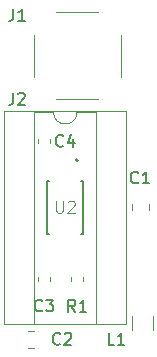
<source format=gbr>
G04 #@! TF.GenerationSoftware,KiCad,Pcbnew,(5.1.4)-1*
G04 #@! TF.CreationDate,2019-09-18T19:17:11-04:00*
G04 #@! TF.ProjectId,clock_buffer,636c6f63-6b5f-4627-9566-6665722e6b69,rev?*
G04 #@! TF.SameCoordinates,Original*
G04 #@! TF.FileFunction,Legend,Top*
G04 #@! TF.FilePolarity,Positive*
%FSLAX46Y46*%
G04 Gerber Fmt 4.6, Leading zero omitted, Abs format (unit mm)*
G04 Created by KiCad (PCBNEW (5.1.4)-1) date 2019-09-18 19:17:11*
%MOMM*%
%LPD*%
G04 APERTURE LIST*
%ADD10C,0.120000*%
%ADD11C,0.127000*%
%ADD12C,0.200000*%
%ADD13C,0.150000*%
%ADD14C,0.050000*%
G04 APERTURE END LIST*
D10*
X147826000Y-108549221D02*
X147826000Y-108874779D01*
X148846000Y-108549221D02*
X148846000Y-108874779D01*
X151640000Y-108849279D02*
X151640000Y-108523721D01*
X150620000Y-108849279D02*
X150620000Y-108523721D01*
X147826000Y-96865221D02*
X147826000Y-97190779D01*
X148846000Y-96865221D02*
X148846000Y-97190779D01*
X147500078Y-113082000D02*
X146982922Y-113082000D01*
X147500078Y-114502000D02*
X146982922Y-114502000D01*
X157174000Y-102826078D02*
X157174000Y-102308922D01*
X155754000Y-102826078D02*
X155754000Y-102308922D01*
D11*
X148564000Y-104866000D02*
X148750500Y-104866000D01*
X148564000Y-100366000D02*
X148564000Y-104866000D01*
X148750500Y-100366000D02*
X148564000Y-100366000D01*
X151664000Y-104866000D02*
X151477500Y-104866000D01*
X151664000Y-100366000D02*
X151664000Y-104866000D01*
X151477500Y-100366000D02*
X151664000Y-100366000D01*
D12*
X151189000Y-98636000D02*
G75*
G03X151189000Y-98636000I-100000J0D01*
G01*
D10*
X155744500Y-111789936D02*
X155744500Y-112994064D01*
X157564500Y-111789936D02*
X157564500Y-112994064D01*
X155254000Y-94495000D02*
X144974000Y-94495000D01*
X155254000Y-112515000D02*
X155254000Y-94495000D01*
X144974000Y-112515000D02*
X155254000Y-112515000D01*
X144974000Y-94495000D02*
X144974000Y-112515000D01*
X152764000Y-94555000D02*
X151114000Y-94555000D01*
X152764000Y-112455000D02*
X152764000Y-94555000D01*
X147464000Y-112455000D02*
X152764000Y-112455000D01*
X147464000Y-94555000D02*
X147464000Y-112455000D01*
X149114000Y-94555000D02*
X147464000Y-94555000D01*
X151114000Y-94555000D02*
G75*
G02X149114000Y-94555000I-1000000J0D01*
G01*
X149330000Y-86109000D02*
X152930000Y-86109000D01*
X149330000Y-93469000D02*
X152930000Y-93469000D01*
X154810000Y-87989000D02*
X154810000Y-91589000D01*
X147450000Y-87989000D02*
X147450000Y-91589000D01*
D13*
X148169333Y-111329642D02*
X148121714Y-111377261D01*
X147978857Y-111424880D01*
X147883619Y-111424880D01*
X147740761Y-111377261D01*
X147645523Y-111282023D01*
X147597904Y-111186785D01*
X147550285Y-110996309D01*
X147550285Y-110853452D01*
X147597904Y-110662976D01*
X147645523Y-110567738D01*
X147740761Y-110472500D01*
X147883619Y-110424880D01*
X147978857Y-110424880D01*
X148121714Y-110472500D01*
X148169333Y-110520119D01*
X148502666Y-110424880D02*
X149121714Y-110424880D01*
X148788380Y-110805833D01*
X148931238Y-110805833D01*
X149026476Y-110853452D01*
X149074095Y-110901071D01*
X149121714Y-110996309D01*
X149121714Y-111234404D01*
X149074095Y-111329642D01*
X149026476Y-111377261D01*
X148931238Y-111424880D01*
X148645523Y-111424880D01*
X148550285Y-111377261D01*
X148502666Y-111329642D01*
X150963333Y-111450380D02*
X150630000Y-110974190D01*
X150391904Y-111450380D02*
X150391904Y-110450380D01*
X150772857Y-110450380D01*
X150868095Y-110498000D01*
X150915714Y-110545619D01*
X150963333Y-110640857D01*
X150963333Y-110783714D01*
X150915714Y-110878952D01*
X150868095Y-110926571D01*
X150772857Y-110974190D01*
X150391904Y-110974190D01*
X151915714Y-111450380D02*
X151344285Y-111450380D01*
X151630000Y-111450380D02*
X151630000Y-110450380D01*
X151534761Y-110593238D01*
X151439523Y-110688476D01*
X151344285Y-110736095D01*
X149947333Y-97385142D02*
X149899714Y-97432761D01*
X149756857Y-97480380D01*
X149661619Y-97480380D01*
X149518761Y-97432761D01*
X149423523Y-97337523D01*
X149375904Y-97242285D01*
X149328285Y-97051809D01*
X149328285Y-96908952D01*
X149375904Y-96718476D01*
X149423523Y-96623238D01*
X149518761Y-96528000D01*
X149661619Y-96480380D01*
X149756857Y-96480380D01*
X149899714Y-96528000D01*
X149947333Y-96575619D01*
X150804476Y-96813714D02*
X150804476Y-97480380D01*
X150566380Y-96432761D02*
X150328285Y-97147047D01*
X150947333Y-97147047D01*
X149693333Y-114149142D02*
X149645714Y-114196761D01*
X149502857Y-114244380D01*
X149407619Y-114244380D01*
X149264761Y-114196761D01*
X149169523Y-114101523D01*
X149121904Y-114006285D01*
X149074285Y-113815809D01*
X149074285Y-113672952D01*
X149121904Y-113482476D01*
X149169523Y-113387238D01*
X149264761Y-113292000D01*
X149407619Y-113244380D01*
X149502857Y-113244380D01*
X149645714Y-113292000D01*
X149693333Y-113339619D01*
X150074285Y-113339619D02*
X150121904Y-113292000D01*
X150217142Y-113244380D01*
X150455238Y-113244380D01*
X150550476Y-113292000D01*
X150598095Y-113339619D01*
X150645714Y-113434857D01*
X150645714Y-113530095D01*
X150598095Y-113672952D01*
X150026666Y-114244380D01*
X150645714Y-114244380D01*
X156297333Y-100496642D02*
X156249714Y-100544261D01*
X156106857Y-100591880D01*
X156011619Y-100591880D01*
X155868761Y-100544261D01*
X155773523Y-100449023D01*
X155725904Y-100353785D01*
X155678285Y-100163309D01*
X155678285Y-100020452D01*
X155725904Y-99829976D01*
X155773523Y-99734738D01*
X155868761Y-99639500D01*
X156011619Y-99591880D01*
X156106857Y-99591880D01*
X156249714Y-99639500D01*
X156297333Y-99687119D01*
X157249714Y-100591880D02*
X156678285Y-100591880D01*
X156964000Y-100591880D02*
X156964000Y-99591880D01*
X156868761Y-99734738D01*
X156773523Y-99829976D01*
X156678285Y-99877595D01*
D14*
X149351135Y-102067690D02*
X149351135Y-102878234D01*
X149398814Y-102973592D01*
X149446493Y-103021271D01*
X149541851Y-103068950D01*
X149732567Y-103068950D01*
X149827925Y-103021271D01*
X149875604Y-102973592D01*
X149923283Y-102878234D01*
X149923283Y-102067690D01*
X150352395Y-102163049D02*
X150400074Y-102115370D01*
X150495432Y-102067690D01*
X150733827Y-102067690D01*
X150829185Y-102115370D01*
X150876864Y-102163049D01*
X150924543Y-102258407D01*
X150924543Y-102353765D01*
X150876864Y-102496802D01*
X150304716Y-103068950D01*
X150924543Y-103068950D01*
D13*
X154265333Y-114244380D02*
X153789142Y-114244380D01*
X153789142Y-113244380D01*
X155122476Y-114244380D02*
X154551047Y-114244380D01*
X154836761Y-114244380D02*
X154836761Y-113244380D01*
X154741523Y-113387238D01*
X154646285Y-113482476D01*
X154551047Y-113530095D01*
X145716666Y-92924380D02*
X145716666Y-93638666D01*
X145669047Y-93781523D01*
X145573809Y-93876761D01*
X145430952Y-93924380D01*
X145335714Y-93924380D01*
X146145238Y-93019619D02*
X146192857Y-92972000D01*
X146288095Y-92924380D01*
X146526190Y-92924380D01*
X146621428Y-92972000D01*
X146669047Y-93019619D01*
X146716666Y-93114857D01*
X146716666Y-93210095D01*
X146669047Y-93352952D01*
X146097619Y-93924380D01*
X146716666Y-93924380D01*
X145716666Y-85812380D02*
X145716666Y-86526666D01*
X145669047Y-86669523D01*
X145573809Y-86764761D01*
X145430952Y-86812380D01*
X145335714Y-86812380D01*
X146716666Y-86812380D02*
X146145238Y-86812380D01*
X146430952Y-86812380D02*
X146430952Y-85812380D01*
X146335714Y-85955238D01*
X146240476Y-86050476D01*
X146145238Y-86098095D01*
M02*

</source>
